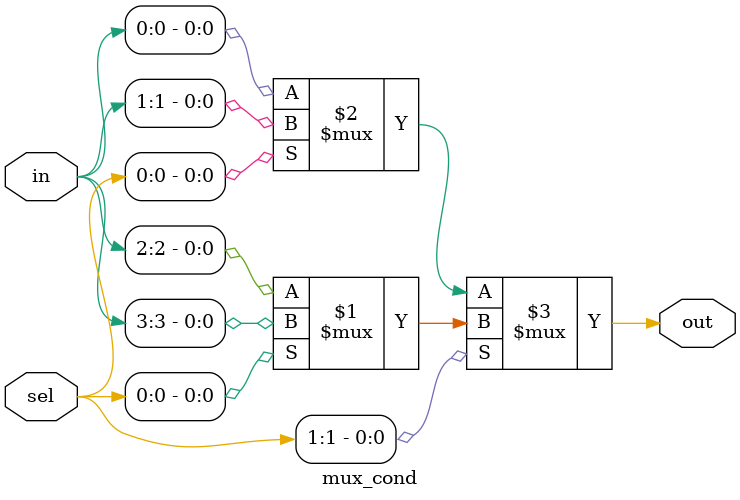
<source format=v>

module mux_cond(sel, in, out);
  input [1:0] sel;
  input [3:0] in;
  output out;

//Continuous assignment using conditional operators

  assign out = (sel[1] ? (sel[0] ? in[3] : in[2]) : (sel[0] ? in[1] : in[0]));

endmodule

</source>
